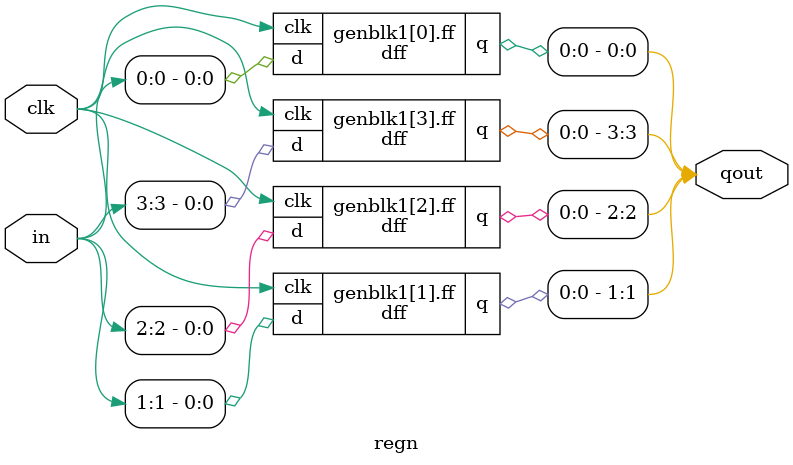
<source format=v>
module dff(d, clk,q);
    input d, clk;
    output reg q;
    always@(posedge clk)
        q<=d;
endmodule

module regn(in, clk, qout);
    parameter N = 4;
    input [N-1:0] in;
    input clk;
    output [N-1:0] qout;

    genvar i;
    generate
        for(i=0; i<N; i=i+1)
            dff ff(in[i], clk, qout[i]);
    endgenerate
endmodule

</source>
